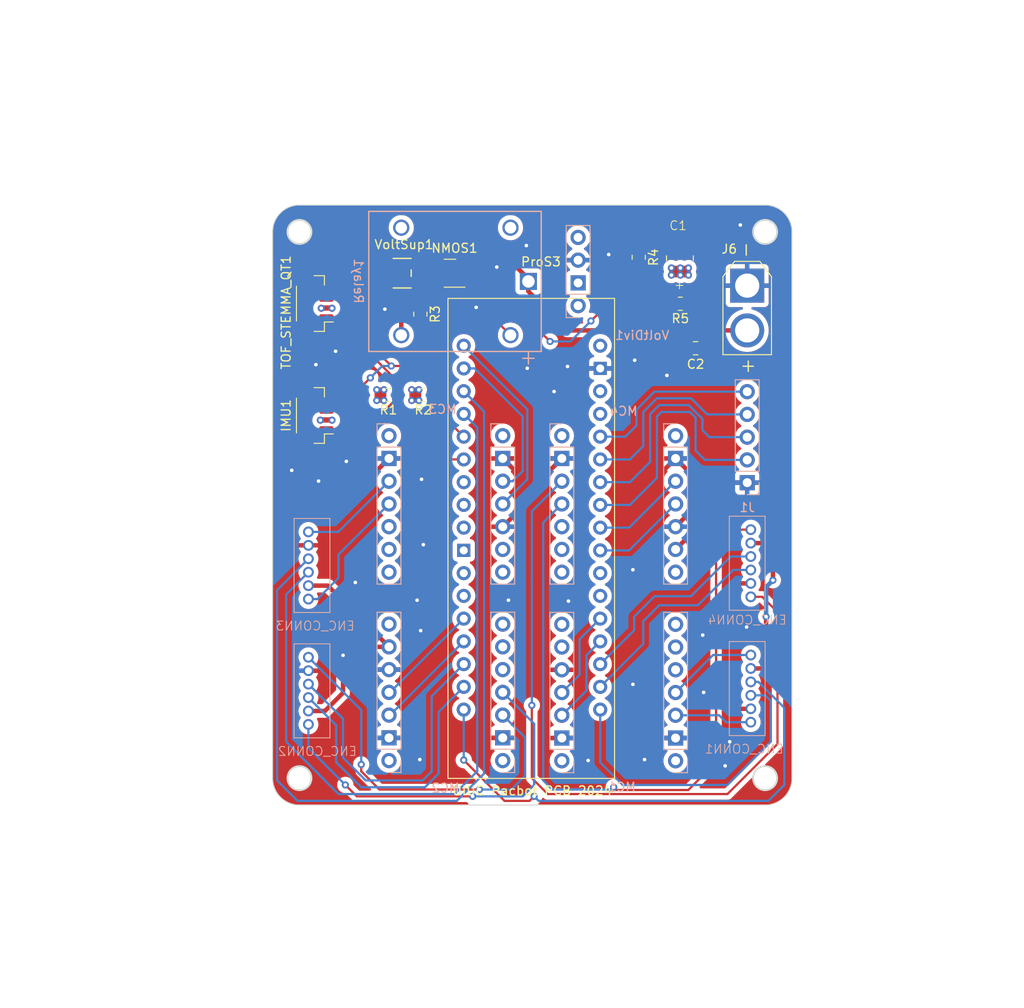
<source format=kicad_pcb>
(kicad_pcb (version 20221018) (generator pcbnew)
  (layers (0 "F.Cu" signal) (1 "In1.Cu" signal) (2 "In2.Cu" signal) (31 "B.Cu" signal) (34 "B.Paste" user) (35 "F.Paste" user) (36 "B.SilkS" user "B.Silkscreen") (37 "F.SilkS" user "F.Silkscreen") (38 "B.Mask" user) (39 "F.Mask" user) (44 "Edge.Cuts" user))
  (net 0 "")
  (net 1 "/MOTOR_1_PIN2")
  (net 2 "/ENC_1_PINB")
  (net 3 "/ENC_1_PINA")
  (net 4 "GNDREF")
  (net 5 "/MOTOR_2_PIN2")
  (net 6 "/ENC_2_PINB")
  (net 7 "/ENC_2_PINA")
  (net 8 "/MOTOR_2_PIN1")
  (net 9 "/MOTOR_3_PIN2")
  (net 10 "/ENC_3_PINB")
  (net 11 "/ENC_3_PINA")
  (net 12 "/MOTOR_3_PIN1")
  (net 13 "/MOTOR_4_PIN2")
  (net 14 "/ENC_4_PINB")
  (net 15 "/ENC_4_PINA")
  (net 16 "/MOTOR_4_PIN1")
  (net 17 "/12V")
  (net 18 "/MC1_PWM1")
  (net 19 "/MC1_PWM2")
  (net 20 "/MC2_PWM1")
  (net 21 "/MC2_PWM2")
  (net 22 "/MC3_PWM1")
  (net 23 "/MC3_PWM2")
  (net 24 "/MC4_PWM2")
  (net 25 "/MC4_PWM1")
  (net 26 "/SDA_LINE")
  (net 27 "/SCL_LINE")
  (net 28 "/TOF_1_XSHUT")
  (net 29 "/TOF_2_XSHUT")
  (net 30 "/TOF_3_XSHUT")
  (net 31 "/TOF_4_XSHUT")
  (net 32 "/MOTOR_1_PIN1")
  (net 33 "/3V3")
  (net 54 "Net-(J6-Pin_2)")
  (net 65 "Net-(VoltSup1-*RESET)")
  (net 66 "Net-(Relay1-Coil_2)")
  (net 69 "Net-(NMOS1-G)")
  (net 70 "Net-(NMOS1-D)")
  (footprint "Resistor_SMD:R_0805_2012Metric" (layer "F.Cu") (at 179.4 65.9 180)
    (fp_text reference "R5")
    (fp_text value "100K Ohms")
  )
  (footprint "Package_TO_SOT_SMD:SOT-23" (layer "F.Cu") (at 153.67 62.484 180)
    (fp_text reference "NMOS1")
    (fp_text value "Q_NMOS_DGS")
  )
  (footprint "Resistor_SMD:R_0805_2012Metric" (layer "F.Cu") (at 150.368 67.056 -90)
    (fp_text reference "R3")
    (fp_text value "0 Ohms")
  )
  (footprint "board1_footprints:CA45-B-16V-33uF-K" (layer "F.Cu") (at 173.45 60.8 90)
    (fp_text reference "C1")
    (fp_text value "33uF")
  )
  (footprint "Connector_JST:JST_SH_BM04B-SRSS-TB_1x04-1MP_P1.00mm_Vertical" (layer "F.Cu") (at 138.5406 78.374 90)
    (fp_text reference "IMU1")
    (fp_text value "BNO085")
  )
  (footprint "Resistor_SMD:R_0805_2012Metric" (layer "F.Cu") (at 174.752 60.706 -90)
    (fp_text reference "R4")
    (fp_text value "1K Ohms")
  )
  (footprint "Connector_AMASS:AMASS_XT30U-M_1x02_P5.0mm_Vertical" (layer "F.Cu") (at 186.8656 63.874 -90)
    (fp_text reference "J6")
    (fp_text value "XT30 Male Connector")
  )
  (footprint "Resistor_SMD:R_0805_2012Metric" (layer "F.Cu") (at 146.8 76.1 180)
    (fp_text reference "R1")
    (fp_text value "4.7k")
  )
  (footprint "board1_footprints:DBV5_TEX" (layer "F.Cu") (at 148.336 62.484)
    (fp_text reference "VoltSup1")
    (fp_text value "TPS3847085DBVR")
  )
  (footprint "Connector_JST:JST_SH_BM04B-SRSS-TB_1x04-1MP_P1.00mm_Vertical" (layer "F.Cu") (at 138.5406 65.874 90)
    (fp_text reference "TOF_STEMMA_QT1")
    (fp_text value "Conn_01x04_Female")
  )
  (footprint "Resistor_SMD:R_0805_2012Metric" (layer "F.Cu") (at 150.6875 76.1 180)
    (fp_text reference "R2")
    (fp_text value "4.7k")
  )
  (footprint "board1_footprints:ProS3_TH (1)" (layer "F.Cu") (at 162.85 90.9)
    (fp_text reference "ProS3")
    (fp_text value "ProS3")
  )
  (footprint "Capacitor_SMD:C_0805_2012Metric_Pad1.18x1.45mm_HandSolder" (layer "F.Cu") (at 181.102 70.866)
    (fp_text reference "C2")
    (fp_text value "0.1uF")
  )
  (footprint "Connector_PinSocket_2.54mm:PinSocket_1x05_P2.54mm_Vertical" (layer "B.Cu") (at 186.8656 85.874)
    (fp_text reference "J1")
    (fp_text value "Conn_01x05_Female")
  )
  (footprint "board1_footprints:DRV8876" (layer "B.Cu") (at 153.2156 74.774 180)
    (fp_text reference "MC3")
    (fp_text value "DRV8876")
  )
  (footprint "board1_footprints:ZH1.5-6" (layer "B.Cu") (at 137.8656 112.874)
    (fp_text reference "ENC_CONN2")
    (fp_text value "Conn_01x06_Male")
  )
  (footprint "board1_footprints:DRV8876" (layer "B.Cu") (at 153.2156 122.7732)
    (fp_text reference "MC2")
    (fp_text value "DRV8876")
  )
  (footprint "board1_footprints:S7V8F3" (layer "B.Cu") (at 167.9825 66.11)
    (fp_text reference "VoltDiv1")
    (fp_text value "~")
  )
  (footprint "board1_footprints:ZH1.5-6" (layer "B.Cu") (at 137.8656 98.874)
    (fp_text reference "ENC_CONN3")
    (fp_text value "Conn_01x06_Male")
  )
  (footprint "board1_footprints:ZH1.5-6" (layer "B.Cu") (at 187.2656 91.124 180)
    (fp_text reference "ENC_CONN4")
    (fp_text value "Conn_01x06_Male")
  )
  (footprint "board1_footprints:J107" (layer "B.Cu") (at 162.432078 63.403999 90)
    (fp_text reference "Relay1")
    (fp_text value "J107F1CS1224VDC.36")
  )
  (footprint "board1_footprints:DRV8876" (layer "B.Cu") (at 172.5156 122.7912)
    (fp_text reference "MC1")
    (fp_text value "DRV8876")
  )
  (footprint "board1_footprints:ZH1.5-6" (layer "B.Cu") (at 187.2656 105.124 180)
    (fp_text reference "ENC_CONN1")
    (fp_text value "Conn_01x06_Male")
  )
  (footprint "board1_footprints:DRV8876" (layer "B.Cu") (at 172.5156 74.774 180)
    (fp_text reference "MC4")
    (fp_text value "DRV8876")
  )
  (gr_line (start 136.8656 54.874) (end 188.8656 54.874) (stroke (width 0.1)) (layer "Edge.Cuts"))
  (gr_arc (start 191.8656 118.874) (mid 190.98692 120.99532) (end 188.8656 121.874) (stroke (width 0.1)) (layer "Edge.Cuts"))
  (gr_circle (center 188.8656 118.874) (end 190.2118 118.874) (stroke (width 0.2)) (fill none) (layer "Edge.Cuts"))
  (gr_line (start 191.8656 57.874) (end 191.8656 118.874) (stroke (width 0.1)) (layer "Edge.Cuts"))
  (gr_arc (start 136.8656 121.874) (mid 134.74428 120.99532) (end 133.8656 118.874) (stroke (width 0.1)) (layer "Edge.Cuts"))
  (gr_circle (center 136.8656 57.874) (end 138.2118 57.874) (stroke (width 0.2)) (fill none) (layer "Edge.Cuts"))
  (gr_line (start 188.8656 121.874) (end 136.8656 121.874) (stroke (width 0.1)) (layer "Edge.Cuts"))
  (gr_circle (center 136.8656 118.874) (end 138.2118 118.874) (stroke (width 0.2)) (fill none) (layer "Edge.Cuts"))
  (gr_line (start 133.8656 118.874) (end 133.8656 57.874) (stroke (width 0.1)) (layer "Edge.Cuts"))
  (gr_arc (start 188.8656 54.874) (mid 190.98692 55.75268) (end 191.8656 57.874) (stroke (width 0.1)) (layer "Edge.Cuts"))
  (gr_circle (center 188.8656 57.874) (end 190.2118 57.874) (stroke (width 0.2)) (fill none) (layer "Edge.Cuts"))
  (gr_arc (start 133.8656 57.874) (mid 134.74428 55.75268) (end 136.8656 54.874) (stroke (width 0.1)) (layer "Edge.Cuts"))
  (gr_text "UIUC Pacbot PCB 2024" (at 153.8656 120.874) (layer "F.SilkS") (effects (font (size 1 1)) (justify left bottom)))
  (segment (start 187.2656 105.124) (end 183.0528 105.124) (width 0.25) (layer "B.Cu") (net 1))
  (segment (start 183.0528 105.124) (end 178.8656 109.3112) (width 0.25) (layer "B.Cu") (net 1))
  (segment (start 155.21 116.856) (end 159.766 121.412) (width 0.25) (layer "F.Cu") (net 2))
  (segment (start 162.56 121.412) (end 163.068 120.904) (width 0.25) (layer "F.Cu") (net 2))
  (segment (start 159.766 121.412) (end 162.56 121.412) (width 0.25) (layer "F.Cu") (net 2))
  (via (at 155.21 116.856) (size 0.8) (drill 0.4) (layers "F.Cu" "B.Cu") (net 2))
  (via (at 163.068 120.904) (size 0.8) (drill 0.4) (layers "F.Cu" "B.Cu") (net 2))
  (segment (start 188.114128 108.124) (end 187.2656 108.124) (width 0.25) (layer "B.Cu") (net 2))
  (segment (start 163.576 121.412) (end 189.23 121.412) (width 0.25) (layer "B.Cu") (net 2))
  (segment (start 189.23 121.412) (end 191.008 119.634) (width 0.25) (layer "B.Cu") (net 2))
  (segment (start 191.008 111.017872) (end 188.114128 108.124) (width 0.25) (layer "B.Cu") (net 2))
  (segment (start 155.21 111.22) (end 155.21 116.856) (width 0.25) (layer "B.Cu") (net 2))
  (segment (start 163.068 120.904) (end 163.576 121.412) (width 0.25) (layer "B.Cu") (net 2))
  (segment (start 191.008 119.634) (end 191.008 111.017872) (width 0.25) (layer "B.Cu") (net 2))
  (segment (start 189.484 114.808) (end 184.658 119.634) (width 0.25) (layer "B.Cu") (net 3))
  (segment (start 188.872 109.624) (end 189.484 110.236) (width 0.25) (layer "B.Cu") (net 3))
  (segment (start 170.45 117.11) (end 170.45 111.22) (width 0.25) (layer "B.Cu") (net 3))
  (segment (start 184.658 119.634) (end 172.974 119.634) (width 0.25) (layer "B.Cu") (net 3))
  (segment (start 189.484 110.236) (end 189.484 114.808) (width 0.25) (layer "B.Cu") (net 3))
  (segment (start 187.2656 109.624) (end 188.872 109.624) (width 0.25) (layer "B.Cu") (net 3))
  (segment (start 172.974 119.634) (end 170.45 117.11) (width 0.25) (layer "B.Cu") (net 3))
  (segment (start 143.002 87.0376) (end 146.8656 83.174) (width 0.5) (layer "F.Cu") (net 4))
  (segment (start 185.832 97.124) (end 187.2656 97.124) (width 0.5) (layer "F.Cu") (net 4))
  (segment (start 137.8656 106.874) (end 140.014 106.874) (width 0.5) (layer "F.Cu") (net 4))
  (segment (start 159.5656 114.3732) (end 149.352 114.3732) (width 0.5) (layer "F.Cu") (net 4))
  (segment (start 162.052 87.2876) (end 166.1656 83.174) (width 0.5) (layer "F.Cu") (net 4))
  (segment (start 137.8656 106.874) (end 136.338 106.874) (width 0.5) (layer "F.Cu") (net 4))
  (segment (start 184.912 112.268) (end 184.912 98.044) (width 0.5) (layer "F.Cu") (net 4))
  (segment (start 185.166 112.014) (end 184.912 112.268) (width 0.5) (layer "F.Cu") (net 4))
  (segment (start 178.8656 90.794) (end 177.43 90.794) (width 0.5) (layer "F.Cu") (net 4))
  (segment (start 149.352 114.3732) (end 146.8656 114.3732) (width 0.5) (layer "F.Cu") (net 4))
  (segment (start 178.8656 114.3912) (end 175.768 114.3912) (width 0.5) (layer "F.Cu") (net 4))
  (segment (start 141.06 92.874) (end 143.002 90.932) (width 0.5) (layer "F.Cu") (net 4))
  (segment (start 183.7856 85.874) (end 186.8656 85.874) (width 0.5) (layer "F.Cu") (net 4))
  (segment (start 149.098 114.1192) (end 149.352 114.3732) (width 0.5) (layer "F.Cu") (net 4))
  (segment (start 140.014 106.874) (end 141.732 105.156) (width 0.5) (layer "F.Cu") (net 4))
  (segment (start 162.052 85.6604) (end 162.052 88.3076) (width 0.5) (layer "F.Cu") (net 4))
  (segment (start 186.8656 85.874) (end 181.5656 85.874) (width 0.5) (layer "F.Cu") (net 4))
  (segment (start 175.768 86.2716) (end 175.768 92.456) (width 0.5) (layer "F.Cu") (net 4))
  (segment (start 159.5656 83.174) (end 162.052 85.6604) (width 0.5) (layer "F.Cu") (net 4))
  (segment (start 136.338 106.874) (end 135.128 105.664) (width 0.5) (layer "F.Cu") (net 4))
  (segment (start 175.768 92.456) (end 175.768 114.3912) (width 0.5) (layer "F.Cu") (net 4))
  (segment (start 146.812 82.55) (end 146.558 82.55) (width 0.25) (layer "F.Cu") (net 4))
  (segment (start 135.128 93.98) (end 136.234 92.874) (width 0.5) (layer "F.Cu") (net 4))
  (segment (start 143.002 90.932) (end 143.002 87.0376) (width 0.5) (layer "F.Cu") (net 4))
  (segment (start 149.098 107.696) (end 149.098 114.1192) (width 0.5) (layer "F.Cu") (net 4))
  (segment (start 136.234 92.874) (end 137.8656 92.874) (width 0.5) (layer "F.Cu") (net 4))
  (segment (start 162.052 88.3076) (end 159.5656 90.794) (width 0.5) (layer "F.Cu") (net 4))
  (segment (start 137.8656 92.874) (end 141.06 92.874) (width 0.5) (layer "F.Cu") (net 4))
  (segment (start 187.2656 111.124) (end 186.056 111.124) (width 0.5) (layer "F.Cu") (net 4))
  (segment (start 148.1552 106.7532) (end 149.098 107.696) (width 0.5) (layer "F.Cu") (net 4))
  (segment (start 175.768 114.3912) (end 166.1656 114.3912) (width 0.5) (layer "F.Cu") (net 4))
  (segment (start 178.8656 90.794) (end 183.7856 85.874) (width 0.5) (layer "F.Cu") (net 4))
  (segment (start 178.8656 83.174) (end 175.768 86.2716) (width 0.5) (layer "F.Cu") (net 4))
  (segment (start 177.43 90.794) (end 175.768 92.456) (width 0.5) (layer "F.Cu") (net 4))
  (segment (start 186.056 111.124) (end 185.166 112.014) (width 0.5) (layer "F.Cu") (net 4))
  (segment (start 159.5656 83.174) (end 166.1656 83.174) (width 0.5) (layer "F.Cu") (net 4))
  (segment (start 135.128 105.664) (end 135.128 93.98) (width 0.5) (layer "F.Cu") (net 4))
  (segment (start 181.5656 85.874) (end 178.8656 83.174) (width 0.5) (layer "F.Cu") (net 4))
  (segment (start 146.8656 106.7532) (end 148.1552 106.7532) (width 0.5) (layer "F.Cu") (net 4))
  (segment (start 184.912 98.044) (end 185.832 97.124) (width 0.5) (layer "F.Cu") (net 4))
  (segment (start 162.052 88.3076) (end 162.052 87.2876) (width 0.5) (layer "F.Cu") (net 4))
  (segment (start 184.912 112.268) (end 184.912 114.808) (width 0.5) (layer "F.Cu") (net 4))
  (segment (start 146.812 82.55) (end 147.066 82.55) (width 0.25) (layer "F.Cu") (net 4))
  (via (at 181.9 102.9) (size 0.8) (drill 0.4) (layers "F.Cu" "B.Cu") (net 4))
  (via (at 136 84.5) (size 0.8) (drill 0.4) (layers "F.Cu" "B.Cu") (net 4))
  (via (at 141.732 105.156) (size 0.8) (drill 0.4) (layers "F.Cu" "B.Cu") (net 4))
  (via (at 142.1 83.5) (size 0.8) (drill 0.4) (layers "F.Cu" "B.Cu") (net 4))
  (via (at 166.9 99.1) (size 0.8) (drill 0.4) (layers "F.Cu" "B.Cu") (net 4))
  (via (at 184.912 114.808) (size 0.8) (drill 0.4) (layers "F.Cu" "B.Cu") (net 4))
  (via (at 174.1 108.4) (size 0.8) (drill 0.4) (layers "F.Cu" "B.Cu") (net 4))
  (via (at 166.8 72.9) (size 0.8) (drill 0.4) (layers "F.Cu" "B.Cu") (net 4))
  (via (at 150 99) (size 0.8) (drill 0.4) (layers "F.Cu" "B.Cu") (net 4))
  (via (at 150.4 102.4) (size 0.8) (drill 0.4) (layers "F.Cu" "B.Cu") (net 4))
  (via (at 138.7 72.7) (size 0.8) (drill 0.4) (layers "F.Cu" "B.Cu") (net 4))
  (via (at 150.3 116.8) (size 0.8) (drill 0.4) (layers "F.Cu" "B.Cu") (net 4))
  (via (at 174.3 72.2) (size 0.8) (drill 0.4) (layers "F.Cu" "B.Cu") (net 4))
  (via (at 150.7 92.8) (size 0.8) (drill 0.4) (layers "F.Cu" "B.Cu") (net 4))
  (via (at 146.4 66.5) (size 0.8) (drill 0.4) (layers "F.Cu" "B.Cu") (net 4))
  (via (at 175.4 116.8) (size 0.8) (drill 0.4) (layers "F.Cu" "B.Cu") (net 4))
  (via (at 150.5 85.5) (size 0.8) (drill 0.4) (layers "F.Cu" "B.Cu") (net 4))
  (via (at 182 109.3) (size 0.8) (drill 0.4) (layers "F.Cu" "B.Cu") (net 4))
  (via (at 186.1 57.1) (size 0.8) (drill 0.4) (layers "F.Cu" "B.Cu") (net 4))
  (via (at 160.2 99) (size 0.8) (drill 0.4) (layers "F.Cu" "B.Cu") (net 4))
  (via (at 140.9 71.2) (size 0.8) (drill 0.4) (layers "F.Cu" "B.Cu") (net 4))
  (via (at 158.9 61.8) (size 0.8) (drill 0.4) (layers "F.Cu" "B.Cu") (net 4))
  (via (at 177.9 73.9) (size 0.8) (drill 0.4) (layers "F.Cu" "B.Cu") (net 4))
  (via (at 162.3 73.1) (size 0.8) (drill 0.4) (layers "F.Cu" "B.Cu") (net 4))
  (via (at 162.2 59.4) (size 0.8) (drill 0.4) (layers "F.Cu" "B.Cu") (net 4))
  (via (at 169.1 116.9) (size 0.8) (drill 0.4) (layers "F.Cu" "B.Cu") (net 4))
  (via (at 174.1 95.6) (size 0.8) (drill 0.4) (layers "F.Cu" "B.Cu") (net 4))
  (via (at 143.100783 97.020922) (size 0.8) (drill 0.4) (layers "F.Cu" "B.Cu") (net 4))
  (via (at 165.3 75.7) (size 0.8) (drill 0.4) (layers "F.Cu" "B.Cu") (net 4))
  (via (at 184.4 117.5) (size 0.8) (drill 0.4) (layers "F.Cu" "B.Cu") (net 4))
  (via (at 171.4 60.4) (size 0.8) (drill 0.4) (layers "F.Cu" "B.Cu") (net 4))
  (via (at 156.6 66.3) (size 0.8) (drill 0.4) (layers "F.Cu" "B.Cu") (net 4))
  (via (at 139 85.7) (size 0.8) (drill 0.4) (layers "F.Cu" "B.Cu") (net 4))
  (via (at 186.8 102) (size 0.8) (drill 0.4) (layers "F.Cu" "B.Cu") (net 4))
  (segment (start 184.912 114.808) (end 184.4952 114.3912) (width 0.5) (layer "B.Cu") (net 4))
  (segment (start 141.732 105.156) (end 143.3292 106.7532) (width 0.5) (layer "B.Cu") (net 4))
  (segment (start 184.4952 114.3912) (end 178.8656 114.3912) (width 0.5) (layer "B.Cu") (net 4))
  (segment (start 143.3292 106.7532) (end 146.8656 106.7532) (width 0.5) (layer "B.Cu") (net 4))
  (segment (start 143.264598 120.904) (end 141.990299 119.629701) (width 0.25) (layer "F.Cu") (net 5))
  (segment (start 156.21 120.904) (end 143.264598 120.904) (width 0.25) (layer "F.Cu") (net 5))
  (via (at 141.990299 119.629701) (size 0.8) (drill 0.4) (layers "F.Cu" "B.Cu") (net 5))
  (via (at 156.21 120.904) (size 0.8) (drill 0.4) (layers "F.Cu" "B.Cu") (net 5))
  (segment (start 141.990299 119.629701) (end 137.8656 115.505002) (width 0.25) (layer "B.Cu") (net 5))
  (segment (start 159.5656 109.2932) (end 163.068 112.7956) (width 0.25) (layer "B.Cu") (net 5))
  (segment (start 161.798 120.904) (end 156.21 120.904) (width 0.25) (layer "B.Cu") (net 5))
  (segment (start 163.068 112.7956) (end 163.068 119.634) (width 0.25) (layer "B.Cu") (net 5))
  (segment (start 163.068 119.634) (end 161.798 120.904) (width 0.25) (layer "B.Cu") (net 5))
  (segment (start 137.8656 115.505002) (end 137.8656 112.874) (width 0.25) (layer "B.Cu") (net 5))
  (segment (start 140.97 112.9784) (end 137.8656 109.874) (width 0.25) (layer "B.Cu") (net 6))
  (segment (start 152.4 118.364) (end 150.876 119.888) (width 0.25) (layer "B.Cu") (net 6))
  (segment (start 150.876 119.888) (end 143.764 119.888) (width 0.25) (layer "B.Cu") (net 6))
  (segment (start 140.97 117.094) (end 140.97 112.9784) (width 0.25) (layer "B.Cu") (net 6))
  (segment (start 143.764 119.888) (end 140.97 117.094) (width 0.25) (layer "B.Cu") (net 6))
  (segment (start 155.21 108.68) (end 152.4 111.49) (width 0.25) (layer "B.Cu") (net 6))
  (segment (start 152.4 111.49) (end 152.4 118.364) (width 0.25) (layer "B.Cu") (net 6))
  (segment (start 151.638 109.712) (end 151.638 118.11) (width 0.25) (layer "B.Cu") (net 7))
  (segment (start 144.272 119.126) (end 141.732 116.586) (width 0.25) (layer "B.Cu") (net 7))
  (segment (start 151.638 118.11) (end 150.622 119.126) (width 0.25) (layer "B.Cu") (net 7))
  (segment (start 155.21 106.14) (end 151.638 109.712) (width 0.25) (layer "B.Cu") (net 7))
  (segment (start 141.732 116.586) (end 141.732 112.2404) (width 0.25) (layer "B.Cu") (net 7))
  (segment (start 141.732 112.2404) (end 137.8656 108.374) (width 0.25) (layer "B.Cu") (net 7))
  (segment (start 150.622 119.126) (end 144.272 119.126) (width 0.25) (layer "B.Cu") (net 7))
  (segment (start 143.764 118.11) (end 145.796 120.142) (width 0.25) (layer "F.Cu") (net 8))
  (segment (start 143.764 117.348) (end 143.764 118.11) (width 0.25) (layer "F.Cu") (net 8))
  (segment (start 156.972 120.142) (end 145.796 120.142) (width 0.25) (layer "F.Cu") (net 8))
  (via (at 156.972 120.142) (size 0.8) (drill 0.4) (layers "F.Cu" "B.Cu") (net 8))
  (via (at 143.764 117.348) (size 0.8) (drill 0.4) (layers "F.Cu" "B.Cu") (net 8))
  (segment (start 143.764 117.348) (end 143.764 111.2724) (width 0.25) (layer "B.Cu") (net 8))
  (segment (start 143.764 111.2724) (end 137.8656 105.374) (width 0.25) (layer "B.Cu") (net 8))
  (segment (start 162.052 118.618) (end 160.528 120.142) (width 0.25) (layer "B.Cu") (net 8))
  (segment (start 159.5656 111.8332) (end 162.052 114.3196) (width 0.25) (layer "B.Cu") (net 8))
  (segment (start 160.528 120.142) (end 156.972 120.142) (width 0.25) (layer "B.Cu") (net 8))
  (segment (start 162.052 114.3196) (end 162.052 118.618) (width 0.25) (layer "B.Cu") (net 8))
  (segment (start 137.8656 98.874) (end 138.87 98.874) (width 0.25) (layer "B.Cu") (net 9))
  (segment (start 138.87 98.874) (end 141.224 96.52) (width 0.25) (layer "B.Cu") (net 9))
  (segment (start 141.224 93.8956) (end 146.8656 88.254) (width 0.25) (layer "B.Cu") (net 9))
  (segment (start 141.224 96.52) (end 141.224 93.8956) (width 0.25) (layer "B.Cu") (net 9))
  (segment (start 135.382 98.3576) (end 135.382 114.808) (width 0.25) (layer "B.Cu") (net 10))
  (segment (start 154.178 120.65) (end 156.718 118.11) (width 0.25) (layer "B.Cu") (net 10))
  (segment (start 156.718 79.708) (end 155.21 78.2) (width 0.25) (layer "B.Cu") (net 10))
  (segment (start 135.382 114.808) (end 141.224 120.65) (width 0.25) (layer "B.Cu") (net 10))
  (segment (start 141.224 120.65) (end 154.178 120.65) (width 0.25) (layer "B.Cu") (net 10))
  (segment (start 156.718 118.11) (end 156.718 79.708) (width 0.25) (layer "B.Cu") (net 10))
  (segment (start 137.8656 95.874) (end 135.382 98.3576) (width 0.25) (layer "B.Cu") (net 10))
  (segment (start 157.48 77.93) (end 157.48 118.364) (width 0.25) (layer "B.Cu") (net 11))
  (segment (start 154.432 121.412) (end 136.652 121.412) (width 0.25) (layer "B.Cu") (net 11))
  (segment (start 134.366 119.126) (end 134.366 97.8736) (width 0.25) (layer "B.Cu") (net 11))
  (segment (start 136.652 121.412) (end 134.366 119.126) (width 0.25) (layer "B.Cu") (net 11))
  (segment (start 134.366 97.8736) (end 137.8656 94.374) (width 0.25) (layer "B.Cu") (net 11))
  (segment (start 157.48 118.364) (end 154.432 121.412) (width 0.25) (layer "B.Cu") (net 11))
  (segment (start 155.21 75.66) (end 157.48 77.93) (width 0.25) (layer "B.Cu") (net 11))
  (segment (start 137.8656 91.374) (end 141.2056 91.374) (width 0.25) (layer "B.Cu") (net 12))
  (segment (start 141.2056 91.374) (end 146.8656 85.714) (width 0.25) (layer "B.Cu") (net 12))
  (segment (start 183.388 117.094) (end 183.388 93.218) (width 0.25) (layer "F.Cu") (net 13))
  (segment (start 180.282 120.2) (end 183.388 117.094) (width 0.25) (layer "F.Cu") (net 13))
  (segment (start 172.27 120.2) (end 180.282 120.2) (width 0.25) (layer "F.Cu") (net 13))
  (segment (start 171.958 119.888) (end 172.27 120.2) (width 0.25) (layer "F.Cu") (net 13))
  (segment (start 183.388 93.218) (end 185.482 91.124) (width 0.25) (layer "F.Cu") (net 13))
  (segment (start 185.482 91.124) (end 187.2656 91.124) (width 0.25) (layer "F.Cu") (net 13))
  (via (at 171.958 119.888) (size 0.8) (drill 0.4) (layers "F.Cu" "B.Cu") (net 13))
  (segment (start 164.084 90.3356) (end 164.084 119.126) (width 0.25) (layer "B.Cu") (net 13))
  (segment (start 165.1 120.142) (end 171.704 120.142) (width 0.25) (layer "B.Cu") (net 13))
  (segment (start 166.1656 88.254) (end 164.084 90.3356) (width 0.25) (layer "B.Cu") (net 13))
  (segment (start 164.084 119.126) (end 165.1 120.142) (width 0.25) (layer "B.Cu") (net 13))
  (segment (start 171.704 120.142) (end 171.958 119.888) (width 0.25) (layer "B.Cu") (net 13))
  (segment (start 180.594 98.552) (end 185.022 94.124) (width 0.25) (layer "B.Cu") (net 14))
  (segment (start 173.736 102.854) (end 173.752 102.854) (width 0.25) (layer "B.Cu") (net 14))
  (segment (start 170.45 106.14) (end 173.736 102.854) (width 0.25) (layer "B.Cu") (net 14))
  (segment (start 174.244 102.362) (end 174.244 100.838) (width 0.25) (layer "B.Cu") (net 14))
  (segment (start 173.752 102.854) (end 174.244 102.362) (width 0.25) (layer "B.Cu") (net 14))
  (segment (start 185.022 94.124) (end 187.2656 94.124) (width 0.25) (layer "B.Cu") (net 14))
  (segment (start 176.53 98.552) (end 180.594 98.552) (width 0.25) (layer "B.Cu") (net 14))
  (segment (start 174.244 100.838) (end 176.53 98.552) (width 0.25) (layer "B.Cu") (net 14))
  (segment (start 175.26 103.87) (end 175.26 101.346) (width 0.25) (layer "B.Cu") (net 15))
  (segment (start 170.45 108.68) (end 175.26 103.87) (width 0.25) (layer "B.Cu") (net 15))
  (segment (start 185.3 95.624) (end 187.2656 95.624) (width 0.25) (layer "B.Cu") (net 15))
  (segment (start 181.356 99.568) (end 185.3 95.624) (width 0.25) (layer "B.Cu") (net 15))
  (segment (start 177.038 99.568) (end 181.356 99.568) (width 0.25) (layer "B.Cu") (net 15))
  (segment (start 175.26 101.346) (end 177.038 99.568) (width 0.25) (layer "B.Cu") (net 15))
  (segment (start 184.658 120.65) (end 190.246 115.062) (width 0.25) (layer "F.Cu") (net 16))
  (segment (start 190.246 100.33) (end 190.246 100.838) (width 0.25) (layer "F.Cu") (net 16))
  (segment (start 162.814 118.872) (end 164.592 120.65) (width 0.25) (layer "F.Cu") (net 16))
  (segment (start 164.592 120.65) (end 184.658 120.65) (width 0.25) (layer "F.Cu") (net 16))
  (segment (start 188.54 98.624) (end 190.246 100.33) (width 0.25) (layer "F.Cu") (net 16))
  (segment (start 162.814 110.744) (end 162.814 118.872) (width 0.25) (layer "F.Cu") (net 16))
  (segment (start 190.246 115.062) (end 190.246 114.808) (width 0.25) (layer "F.Cu") (net 16))
  (segment (start 187.2656 98.624) (end 188.54 98.624) (width 0.25) (layer "F.Cu") (net 16))
  (segment (start 190.246 114.808) (end 190.246 100.838) (width 0.25) (layer "F.Cu") (net 16))
  (via (at 162.814 110.744) (size 0.8) (drill 0.4) (layers "F.Cu" "B.Cu") (net 16))
  (segment (start 162.814 89.0656) (end 162.814 97.028) (width 0.25) (layer "B.Cu") (net 16))
  (segment (start 166.1656 85.714) (end 162.814 89.0656) (width 0.25) (layer "B.Cu") (net 16))
  (segment (start 162.814 97.028) (end 162.814 110.744) (width 0.25) (layer "B.Cu") (net 16))
  (segment (start 178.6 62.7) (end 179.4 61.9) (width 0.5) (layer "F.Cu") (net 17))
  (segment (start 180.3 62.7) (end 178.4 62.7) (width 0.5) (layer "F.Cu") (net 17))
  (segment (start 180.2 61.9) (end 179.4 62.7) (width 0.5) (layer "F.Cu") (net 17))
  (segment (start 178.4 62.7) (end 178.4 61.9) (width 0.5) (layer "F.Cu") (net 17))
  (segment (start 180.3 61.9) (end 180.3 62.7) (width 0.5) (layer "F.Cu") (net 17))
  (segment (start 178.6 61.9) (end 179.4 62.7) (width 0.5) (layer "F.Cu") (net 17))
  (segment (start 178.4 62.7) (end 178.6 62.7) (width 0.5) (layer "F.Cu") (net 17))
  (segment (start 179.5 61.9) (end 180.3 62.7) (width 0.5) (layer "F.Cu") (net 17))
  (segment (start 178.4 61.9) (end 180.3 61.9) (width 0.5) (layer "F.Cu") (net 17))
  (segment (start 179.4 61.9) (end 179.5 61.9) (width 0.5) (layer "F.Cu") (net 17))
  (segment (start 178.4 61.9) (end 178.6 61.9) (width 0.5) (layer "F.Cu") (net 17))
  (segment (start 180.3 61.9) (end 180.2 61.9) (width 0.5) (layer "F.Cu") (net 17))
  (via (at 180.3 62.7) (size 0.8) (drill 0.4) (layers "F.Cu" "B.Cu") (net 17))
  (via (at 180.3 61.9) (size 0.8) (drill 0.4) (layers "F.Cu" "B.Cu") (net 17))
  (via (at 179.4 61.9) (size 0.8) (drill 0.4) (layers "F.Cu" "B.Cu") (net 17))
  (via (at 178.4 61.9) (size 0.8) (drill 0.4) (layers "F.Cu" "B.Cu") (net 17))
  (via (at 179.4 62.7) (size 0.8) (drill 0.4) (layers "F.Cu" "B.Cu") (net 17))
  (via (at 178.4 62.7) (size 0.8) (drill 0.4) (layers "F.Cu" "B.Cu") (net 17))
  (segment (start 170.45 103.6) (end 168.91 105.14) (width 0.25) (layer "B.Cu") (net 18))
  (segment (start 168.91 109.1068) (end 166.1656 111.8512) (width 0.25) (layer "B.Cu") (net 18))
  (segment (start 168.91 105.14) (end 168.91 109.1068) (width 0.25) (layer "B.Cu") (net 18))
  (segment (start 168.148 107.3288) (end 166.1656 109.3112) (width 0.25) (layer "B.Cu") (net 19))
  (segment (start 170.45 101.06) (end 168.148 103.362) (width 0.25) (layer "B.Cu") (net 19))
  (segment (start 168.148 103.362) (end 168.148 107.3288) (width 0.25) (layer "B.Cu") (net 19))
  (segment (start 146.9768 111.8332) (end 146.8656 111.8332) (width 0.25) (layer "B.Cu") (net 20))
  (segment (start 155.21 103.6) (end 146.9768 111.8332) (width 0.25) (layer "B.Cu") (net 20))
  (segment (start 146.9768 109.2932) (end 146.8656 109.2932) (width 0.25) (layer "B.Cu") (net 21))
  (segment (start 155.21 101.06) (end 146.9768 109.2932) (width 0.25) (layer "B.Cu") (net 21))
  (segment (start 155.21 73.12) (end 155.21 73.16) (width 0.25) (layer "F.Cu") (net 22))
  (segment (start 161.798 78.486) (end 156.432 73.12) (width 0.25) (layer "B.Cu") (net 22))
  (segment (start 156.432 73.12) (end 155.21 73.12) (width 0.25) (layer "B.Cu") (net 22))
  (segment (start 160.666 85.714) (end 161.798 84.582) (width 0.25) (layer "B.Cu") (net 22))
  (segment (start 159.5656 85.714) (end 160.666 85.714) (width 0.25) (layer "B.Cu") (net 22))
  (segment (start 161.798 84.582) (end 161.798 78.486) (width 0.25) (layer "B.Cu") (net 22))
  (segment (start 155.21 70.58) (end 162.306 77.676) (width 0.25) (layer "B.Cu") (net 23))
  (segment (start 162.306 77.676) (end 162.306 85.5136) (width 0.25) (layer "B.Cu") (net 23))
  (segment (start 162.306 85.5136) (end 159.5656 88.254) (width 0.25) (layer "B.Cu") (net 23))
  (segment (start 170.45 93.44) (end 173.6796 93.44) (width 0.25) (layer "B.Cu") (net 24))
  (segment (start 173.6796 93.44) (end 178.8656 88.254) (width 0.25) (layer "B.Cu") (net 24))
  (segment (start 170.45 90.9) (end 173.6796 90.9) (width 0.25) (layer "B.Cu") (net 25))
  (segment (start 173.6796 90.9) (end 178.8656 85.714) (width 0.25) (layer "B.Cu") (net 25))
  (segment (start 145.5 72.25) (end 147.7125 74.4625) (width 0.25) (layer "F.Cu") (net 26))
  (segment (start 141.274 65.374) (end 145.5 69.6) (width 0.25) (layer "F.Cu") (net 26))
  (segment (start 153.83 83.28) (end 155.21 83.28) (width 0.25) (layer "F.Cu") (net 26))
  (segment (start 142 77.874) (end 142.6 77.874) (width 0.25) (layer "F.Cu") (net 26))
  (segment (start 147.7125 77.1625) (end 153.83 83.28) (width 0.25) (layer "F.Cu") (net 26))
  (segment (start 147.7125 74.4625) (end 147.7125 76.1) (width 0.25) (layer "F.Cu") (net 26))
  (segment (start 139.8656 65.374) (end 141.274 65.374) (width 0.25) (layer "F.Cu") (net 26))
  (segment (start 147.7125 77.1625) (end 147.7125 76.1) (width 0.25) (layer "F.Cu") (net 26))
  (segment (start 139.8656 77.874) (end 142 77.874) (width 0.25) (layer "F.Cu") (net 26))
  (segment (start 145.5 69.6) (end 145.5 72.25) (width 0.25) (layer "F.Cu") (net 26))
  (segment (start 146.326 77.874) (end 147.7125 76.4875) (width 0.25) (layer "F.Cu") (net 26))
  (segment (start 142.6 77.874) (end 146.326 77.874) (width 0.25) (layer "F.Cu") (net 26))
  (segment (start 151.6 77.13) (end 155.21 80.74) (width 0.25) (layer "F.Cu") (net 27))
  (segment (start 139.8656 64.374) (end 140.910396 64.374) (width 0.25) (layer "F.Cu") (net 27))
  (segment (start 142.076 76.874) (end 144.781 74.169) (width 0.25) (layer "F.Cu") (net 27))
  (segment (start 151.6 76.1) (end 151.6 77.13) (width 0.25) (layer "F.Cu") (net 27))
  (segment (start 149.044701 72.844701) (end 147.119299 72.844701) (width 0.25) (layer "F.Cu") (net 27))
  (segment (start 145.95 71.6) (end 145.95 71.675402) (width 0.25) (layer "F.Cu") (net 27))
  (segment (start 151.6 76.1) (end 151.6 75.4) (width 0.25) (layer "F.Cu") (net 27))
  (segment (start 139.8656 76.874) (end 142.076 76.874) (width 0.25) (layer "F.Cu") (net 27))
  (segment (start 144.781 74.169) (end 144.8 74.15) (width 0.25) (layer "F.Cu") (net 27))
  (segment (start 140.910396 64.374) (end 145.95 69.413604) (width 0.25) (layer "F.Cu") (net 27))
  (segment (start 145.95 71.675402) (end 147.119299 72.844701) (width 0.25) (layer "F.Cu") (net 27))
  (segment (start 145.95 69.413604) (end 145.95 71.6) (width 0.25) (layer "F.Cu") (net 27))
  (segment (start 151.6 75.4) (end 149.044701 72.844701) (width 0.25) (layer "F.Cu") (net 27))
  (via (at 144.781 74.169) (size 0.8) (drill 0.4) (layers "F.Cu" "B.Cu") (net 27))
  (via (at 147.119299 72.844701) (size 0.8) (drill 0.4) (layers "F.Cu" "B.Cu") (net 27))
  (segment (start 146.105299 72.844701) (end 144.781 74.169) (width 0.25) (layer "B.Cu") (net 27))
  (segment (start 147.119299 72.844701) (end 146.105299 72.844701) (width 0.25) (layer "B.Cu") (net 27))
  (segment (start 174.498 79.502) (end 174.498 77.724) (width 0.25) (layer "B.Cu") (net 28))
  (segment (start 176.508 75.714) (end 186.8656 75.714) (width 0.25) (layer "B.Cu") (net 28))
  (segment (start 174.498 77.724) (end 176.508 75.714) (width 0.25) (layer "B.Cu") (net 28))
  (segment (start 170.45 80.74) (end 173.26 80.74) (width 0.25) (layer "B.Cu") (net 28))
  (segment (start 173.26 80.74) (end 174.498 79.502) (width 0.25) (layer "B.Cu") (net 28))
  (segment (start 175.26 77.978) (end 176.784 76.454) (width 0.25) (layer "B.Cu") (net 29))
  (segment (start 176.784 76.454) (end 180.594 76.454) (width 0.25) (layer "B.Cu") (net 29))
  (segment (start 175.26 81.788) (end 175.26 77.978) (width 0.25) (layer "B.Cu") (net 29))
  (segment (start 173.768 83.28) (end 175.26 81.788) (width 0.25) (layer "B.Cu") (net 29))
  (segment (start 180.594 76.454) (end 182.394 78.254) (width 0.25) (layer "B.Cu") (net 29))
  (segment (start 170.45 83.28) (end 173.768 83.28) (width 0.25) (layer "B.Cu") (net 29))
  (segment (start 182.394 78.254) (end 186.8656 78.254) (width 0.25) (layer "B.Cu") (net 29))
  (segment (start 176.022 78.232) (end 177.038 77.216) (width 0.25) (layer "B.Cu") (net 30))
  (segment (start 182.648 80.794) (end 186.8656 80.794) (width 0.25) (layer "B.Cu") (net 30))
  (segment (start 176.022 83.566) (end 176.022 78.232) (width 0.25) (layer "B.Cu") (net 30))
  (segment (start 181.864 80.01) (end 182.648 80.794) (width 0.25) (layer "B.Cu") (net 30))
  (segment (start 170.45 85.82) (end 173.768 85.82) (width 0.25) (layer "B.Cu") (net 30))
  (segment (start 180.34 77.216) (end 181.864 78.74) (width 0.25) (layer "B.Cu") (net 30))
  (segment (start 181.864 78.74) (end 181.864 80.01) (width 0.25) (layer "B.Cu") (net 30))
  (segment (start 177.038 77.216) (end 180.34 77.216) (width 0.25) (layer "B.Cu") (net 30))
  (segment (start 173.768 85.82) (end 176.022 83.566) (width 0.25) (layer "B.Cu") (net 30))
  (segment (start 176.784 78.486) (end 177.292 77.978) (width 0.25) (layer "B.Cu") (net 31))
  (segment (start 173.768 88.36) (end 176.784 85.344) (width 0.25) (layer "B.Cu") (net 31))
  (segment (start 170.45 88.36) (end 173.768 88.36) (width 0.25) (layer "B.Cu") (net 31))
  (segment (start 176.784 85.344) (end 176.784 78.486) (width 0.25) (layer "B.Cu") (net 31))
  (segment (start 177.292 77.978) (end 180.465604 77.978) (width 0.25) (layer "B.Cu") (net 31))
  (segment (start 182.14 83.334) (end 186.8656 83.334) (width 0.25) (layer "B.Cu") (net 31))
  (segment (start 181.102 78.614396) (end 181.102 82.296) (width 0.25) (layer "B.Cu") (net 31))
  (segment (start 181.102 82.296) (end 182.14 83.334) (width 0.25) (layer "B.Cu") (net 31))
  (segment (start 180.465604 77.978) (end 181.102 78.614396) (width 0.25) (layer "B.Cu") (net 31))
  (segment (start 184.506 112.624) (end 183.7332 111.8512) (width 0.25) (layer "B.Cu") (net 32))
  (segment (start 187.2656 112.624) (end 184.506 112.624) (width 0.25) (layer "B.Cu") (net 32))
  (segment (start 178.8656 111.8512) (end 183.7332 111.8512) (width 0.25) (layer "B.Cu") (net 32))
  (segment (start 146.3 75.9) (end 145.5 76.7) (width 0.5) (layer "F.Cu") (net 33))
  (segment (start 149.4 75.9) (end 150.2 76.7) (width 0.5) (layer "F.Cu") (net 33))
  (segment (start 137.8656 97.374) (end 140.0264 97.374) (width 0.5) (layer "F.Cu") (net 33))
  (segment (start 188.808 92.624) (end 189.103 92.329) (width 0.5) (layer "F.Cu") (net 33))
  (segment (start 189.738 96.774) (end 189.738 92.964) (width 0.5) (layer "F.Cu") (net 33))
  (segment (start 150.2 76.7) (end 150.2 75.5) (width 0.5) (layer "F.Cu") (net 33))
  (segment (start 139.3 66.4) (end 140.5 66.4) (width 0.5) (layer "F.Cu") (net 33))
  (segment (start 146.3 75.5) (end 146.3 75.9) (width 0.5) (layer "F.Cu") (net 33))
  (segment (start 145.5 75.5) (end 145.5 75.904) (width 0.5) (layer "F.Cu") (net 33))
  (segment (start 146.296 76.7) (end 146.304 76.708) (width 0.5) (layer "F.Cu") (net 33))
  (segment (start 183.0456 89.154) (end 178.8656 93.334) (width 0.5) (layer "F.Cu") (net 33))
  (segment (start 144.1988 104.2132) (end 146.8656 104.2132) (width 0.5) (layer "F.Cu") (net 33))
  (segment (start 149.4 76.7) (end 150.2 76.7) (width 0.5) (layer "F.Cu") (net 33))
  (segment (start 141.732 109.3468) (end 141.732 106.68) (width 0.5) (layer "F.Cu") (net 33))
  (segment (start 188.976 103.378) (end 188.976 100.838) (width 0.5) (layer "F.Cu") (net 33))
  (segment (start 139.7048 111.374) (end 141.732 109.3468) (width 0.5) (layer "F.Cu") (net 33))
  (segment (start 141.732 106.68) (end 144.1988 104.2132) (width 0.5) (layer "F.Cu") (net 33))
  (segment (start 188.976 106.172) (end 188.976 103.378) (width 0.5) (layer "F.Cu") (net 33))
  (segment (start 189.103 92.329) (end 189.738 91.694) (width 0.5) (layer "F.Cu") (net 33))
  (segment (start 146.304 75.504) (end 146.3 75.5) (width 0.5) (layer "F.Cu") (net 33))
  (segment (start 149.4 75.5) (end 149.4 75.9) (width 0.5) (layer "F.Cu") (net 33))
  (segment (start 189.738 91.694) (end 189.738 90.424) (width 0.5) (layer "F.Cu") (net 33))
  (segment (start 145.5 75.5) (end 145.5 76.7) (width 0.5) (layer "F.Cu") (net 33))
  (segment (start 189.738 90.424) (end 188.468 89.154) (width 0.5) (layer "F.Cu") (net 33))
  (segment (start 150.2 75.9) (end 149.4 76.7) (width 0.5) (layer "F.Cu") (net 33))
  (segment (start 187.2656 92.624) (end 188.808 92.624) (width 0.5) (layer "F.Cu") (net 33))
  (segment (start 188.524 106.624) (end 188.976 106.172) (width 0.5) (layer "F.Cu") (net 33))
  (segment (start 140.0264 97.374) (end 146.8656 104.2132) (width 0.5) (layer "F.Cu") (net 33))
  (segment (start 145.5 76.7) (end 146.296 76.7) (width 0.5) (layer "F.Cu") (net 33))
  (segment (start 145.5 75.904) (end 146.304 76.708) (width 0.5) (layer "F.Cu") (net 33))
  (segment (start 150.2 75.5) (end 150.2 75.9) (width 0.5) (layer "F.Cu") (net 33))
  (segment (start 146.3 75.5) (end 145.5 75.5) (width 0.5) (layer "F.Cu") (net 33))
  (segment (start 149.775 75.655716) (end 149.775 76.1) (width 0.5) (layer "F.Cu") (net 33))
  (segment (start 146.304 76.708) (end 146.304 75.504) (width 0.5) (layer "F.Cu") (net 33))
  (segment (start 137.8656 111.374) (end 139.7048 111.374) (width 0.5) (layer "F.Cu") (net 33))
  (segment (start 187.2656 106.624) (end 188.524 106.624) (width 0.5) (layer "F.Cu") (net 33))
  (segment (start 188.468 89.154) (end 183.0456 89.154) (width 0.5) (layer "F.Cu") (net 33))
  (segment (start 149.4 75.5) (end 149.4 76.7) (width 0.5) (layer "F.Cu") (net 33))
  (segment (start 149.775 75.508401) (end 149.775 76.1) (width 0.25) (layer "F.Cu") (net 33))
  (segment (start 150.2 75.5) (end 149.4 75.5) (width 0.5) (layer "F.Cu") (net 33))
  (segment (start 139.2 78.9) (end 140.5 78.9) (width 0.5) (layer "F.Cu") (net 33))
  (segment (start 189.738 92.964) (end 189.103 92.329) (width 0.5) (layer "F.Cu") (net 33))
  (via (at 146.304 76.708) (size 0.8) (drill 0.4) (layers "F.Cu" "B.Cu") (net 33))
  (via (at 149.4 75.5) (size 0.8) (drill 0.4) (layers "F.Cu" "B.Cu") (net 33))
  (via (at 139.2 78.9) (size 0.8) (drill 0.4) (layers "F.Cu" "B.Cu") (net 33))
  (via (at 189.738 96.774) (size 0.8) (drill 0.4) (layers "F.Cu" "B.Cu") (net 33))
  (via (at 139.3 66.4) (size 0.8) (drill 0.4) (layers "F.Cu" "B.Cu") (net 33))
  (via (at 150.2 76.7) (size 0.8) (drill 0.4) (layers "F.Cu" "B.Cu") (net 33))
  (via (at 140.5 66.4) (size 0.8) (drill 0.4) (layers "F.Cu" "B.Cu") (net 33))
  (via (at 150.2 75.5) (size 0.8) (drill 0.4) (layers "F.Cu" "B.Cu") (net 33))
  (via (at 145.5 76.7) (size 0.8) (drill 0.4) (layers "F.Cu" "B.Cu") (net 33))
  (via (at 146.3 75.5) (size 0.8) (drill 0.4) (layers "F.Cu" "B.Cu") (net 33))
  (via (at 140.5 78.9) (size 0.8) (drill 0.4) (layers "F.Cu" "B.Cu") (net 33))
  (via (at 188.976 100.838) (size 0.8) (drill 0.4) (layers "F.Cu" "B.Cu") (net 33))
  (via (at 149.4 76.7) (size 0.8) (drill 0.4) (layers "F.Cu" "B.Cu") (net 33))
  (via (at 145.5 75.5) (size 0.8) (drill 0.4) (layers "F.Cu" "B.Cu") (net 33))
  (segment (start 188.976 97.536) (end 189.738 96.774) (width 0.5) (layer "B.Cu") (net 33))
  (segment (start 188.976 100.838) (end 188.976 97.536) (width 0.5) (layer "B.Cu") (net 33))
  (segment (start 151.384 57.912) (end 149.70125 59.59475) (width 0.5) (layer "F.Cu") (net 54))
  (segment (start 181.062 68.874) (end 166.791078 68.874) (width 0.5) (layer "F.Cu") (net 54))
  (segment (start 186.8656 68.874) (end 181.062 68.874) (width 0.5) (layer "F.Cu") (net 54))
  (segment (start 162.432078 63.118078) (end 157.226 57.912) (width 0.5) (layer "F.Cu") (net 54))
  (segment (start 162.432078 63.403999) (end 162.432078 64.515) (width 0.5) (layer "F.Cu") (net 54))
  (segment (start 149.70125 59.59475) (end 149.70125 63.434001) (width 0.5) (layer "F.Cu") (net 54))
  (segment (start 148.23297 64.902281) (end 148.23297 69.403998) (width 0.5) (layer "F.Cu") (net 54))
  (segment (start 162.432078 64.515) (end 166.791078 68.874) (width 0.5) (layer "F.Cu") (net 54))
  (segment (start 180.0645 69.8715) (end 180.0645 70.866) (width 0.5) (layer "F.Cu") (net 54))
  (segment (start 181.062 68.874) (end 180.0645 69.8715) (width 0.5) (layer "F.Cu") (net 54))
  (segment (start 149.70125 63.434001) (end 148.23297 64.902281) (width 0.5) (layer "F.Cu") (net 54))
  (segment (start 157.226 57.912) (end 151.384 57.912) (width 0.5) (layer "F.Cu") (net 54))
  (segment (start 162.432078 63.403999) (end 162.432078 63.118078) (width 0.5) (layer "F.Cu") (net 54))
  (segment (start 145.288 60.105249) (end 145.288 57.404) (width 0.25) (layer "F.Cu") (net 65))
  (segment (start 145.288 57.404) (end 146.812 55.88) (width 0.25) (layer "F.Cu") (net 65))
  (segment (start 146.812 55.88) (end 171.958 55.88) (width 0.25) (layer "F.Cu") (net 65))
  (segment (start 146.71675 61.533999) (end 145.288 60.105249) (width 0.25) (layer "F.Cu") (net 65))
  (segment (start 171.958 55.88) (end 174.752 58.674) (width 0.25) (layer "F.Cu") (net 65))
  (segment (start 174.752 58.674) (end 174.752 59.897) (width 0.25) (layer "F.Cu") (net 65))
  (segment (start 150.368 67.9685) (end 158.996584 67.9685) (width 0.25) (layer "F.Cu") (net 66))
  (segment (start 158.996584 67.9685) (end 160.432082 69.403998) (width 0.25) (layer "F.Cu") (net 66))
  (segment (start 174.752 61.722) (end 174.752 62.1645) (width 0.25) (layer "F.Cu") (net 69))
  (segment (start 174.752 62.1645) (end 178.4875 65.9) (width 0.25) (layer "F.Cu") (net 69))
  (segment (start 156.276 61.534) (end 164.846 70.104) (width 0.25) (layer "F.Cu") (net 69))
  (segment (start 169.418 67.818) (end 174.752 62.484) (width 0.25) (layer "F.Cu") (net 69))
  (segment (start 154.6075 61.534) (end 156.276 61.534) (width 0.25) (layer "F.Cu") (net 69))
  (segment (start 174.752 62.484) (end 174.752 61.722) (width 0.25) (layer "F.Cu") (net 69))
  (via (at 164.846 70.104) (size 0.8) (drill 0.4) (layers "F.Cu" "B.Cu") (net 69))
  (via (at 169.418 67.818) (size 0.8) (drill 0.4) (layers "F.Cu" "B.Cu") (net 69))
  (segment (start 167.132 70.104) (end 169.418 67.818) (width 0.25) (layer "B.Cu") (net 69))
  (segment (start 164.846 70.104) (end 167.132 70.104) (width 0.25) (layer "B.Cu") (net 69))
  (segment (start 153.736 63.434) (end 151.0265 66.1435) (width 0.25) (layer "F.Cu") (net 70))
  (segment (start 154.6075 63.434) (end 153.736 63.434) (width 0.25) (layer "F.Cu") (net 70))
  (segment (start 151.0265 66.1435) (end 150.368 66.1435) (width 0.25) (layer "F.Cu") (net 70))
  (zone (net 4) (net_name "GNDREF") (layers "F&B.Cu") (priority 2) (connect_pads (clearance 0.508)) (min_thickness 0.254) (fill yes (thermal_gap 0.508) (thermal_bridge_width 0.508))
    (polygon (pts (xy 212.344289 139.138002) (xy 115.29 138.6068) (xy 109.544289 139.138002) (xy 111.194289 38.913002) (xy 211.406601 38.639908)))
  )
)
</source>
